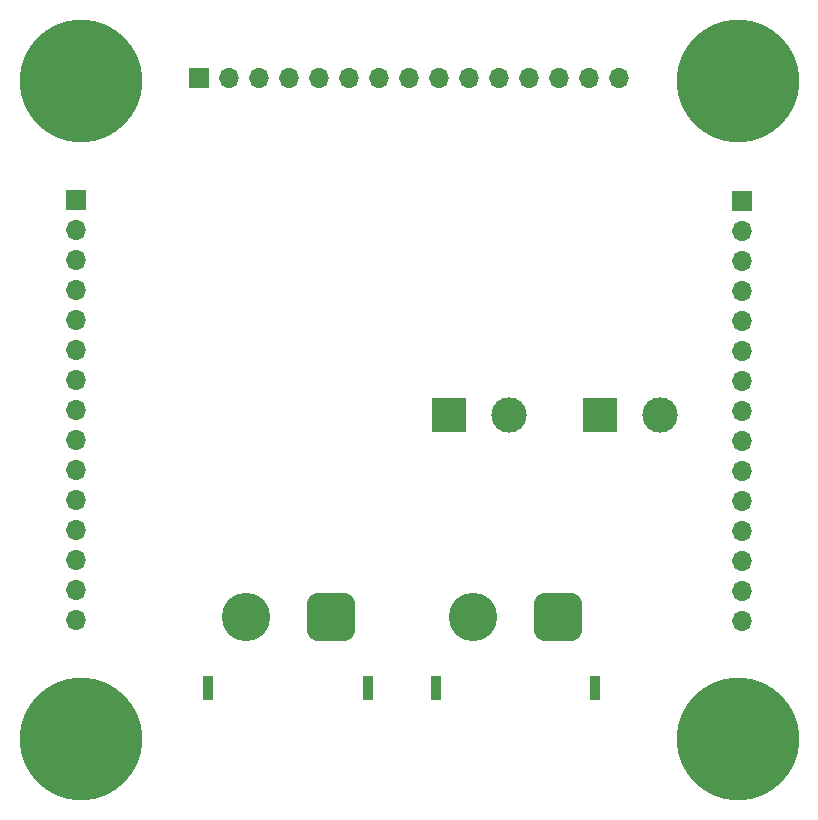
<source format=gbr>
%TF.GenerationSoftware,KiCad,Pcbnew,7.0.7*%
%TF.CreationDate,2024-02-10T01:31:47+05:30*%
%TF.ProjectId,PDB_Board,5044425f-426f-4617-9264-2e6b69636164,rev?*%
%TF.SameCoordinates,Original*%
%TF.FileFunction,Soldermask,Bot*%
%TF.FilePolarity,Negative*%
%FSLAX46Y46*%
G04 Gerber Fmt 4.6, Leading zero omitted, Abs format (unit mm)*
G04 Created by KiCad (PCBNEW 7.0.7) date 2024-02-10 01:31:47*
%MOMM*%
%LPD*%
G01*
G04 APERTURE LIST*
G04 Aperture macros list*
%AMRoundRect*
0 Rectangle with rounded corners*
0 $1 Rounding radius*
0 $2 $3 $4 $5 $6 $7 $8 $9 X,Y pos of 4 corners*
0 Add a 4 corners polygon primitive as box body*
4,1,4,$2,$3,$4,$5,$6,$7,$8,$9,$2,$3,0*
0 Add four circle primitives for the rounded corners*
1,1,$1+$1,$2,$3*
1,1,$1+$1,$4,$5*
1,1,$1+$1,$6,$7*
1,1,$1+$1,$8,$9*
0 Add four rect primitives between the rounded corners*
20,1,$1+$1,$2,$3,$4,$5,0*
20,1,$1+$1,$4,$5,$6,$7,0*
20,1,$1+$1,$6,$7,$8,$9,0*
20,1,$1+$1,$8,$9,$2,$3,0*%
G04 Aperture macros list end*
%ADD10R,1.700000X1.700000*%
%ADD11O,1.700000X1.700000*%
%ADD12C,10.400000*%
%ADD13R,3.000000X3.000000*%
%ADD14C,3.000000*%
%ADD15R,0.900000X2.000000*%
%ADD16RoundRect,1.025000X-1.025000X-1.025000X1.025000X-1.025000X1.025000X1.025000X-1.025000X1.025000X0*%
%ADD17C,4.100000*%
G04 APERTURE END LIST*
D10*
%TO.C,U1*%
X156165200Y-82087800D03*
D11*
X156165200Y-84627800D03*
X156165200Y-87167800D03*
X156165200Y-89707800D03*
X156165200Y-92247800D03*
X156165200Y-94787800D03*
X156165200Y-97327800D03*
X156165200Y-99867800D03*
X156165200Y-102407800D03*
X156165200Y-104947800D03*
X156165200Y-107487800D03*
X156165200Y-110027800D03*
X156165200Y-112567800D03*
X156165200Y-115107800D03*
X156165200Y-117647800D03*
X99765200Y-117617800D03*
X99765200Y-115077800D03*
X99765200Y-112537800D03*
X99765200Y-109997800D03*
X99765200Y-107457800D03*
X99765200Y-104917800D03*
X99765200Y-102377800D03*
X99765200Y-99837800D03*
X99765200Y-97297800D03*
X99765200Y-94757800D03*
X99765200Y-92217800D03*
X99765200Y-89677800D03*
X99765200Y-87137800D03*
X99765200Y-84597800D03*
D10*
X99765200Y-82057800D03*
X110190200Y-71672800D03*
D11*
X112730200Y-71672800D03*
X115270200Y-71672800D03*
X117810200Y-71672800D03*
X120350200Y-71672800D03*
X122890200Y-71672800D03*
X125430200Y-71672800D03*
X127970200Y-71672800D03*
X130510200Y-71672800D03*
X133050200Y-71672800D03*
X135590200Y-71672800D03*
X138130200Y-71672800D03*
X140670200Y-71672800D03*
X143210200Y-71672800D03*
X145750200Y-71672800D03*
D12*
X155765200Y-127672800D03*
X100165200Y-127672800D03*
X100165200Y-71972800D03*
X155765200Y-71987800D03*
%TD*%
D13*
%TO.C,PRIMARY SWITCH*%
X144119600Y-100253800D03*
D14*
X149199600Y-100253800D03*
%TD*%
D13*
%TO.C,CAM+TELEM SWITCH*%
X131368800Y-100253800D03*
D14*
X136448800Y-100253800D03*
%TD*%
D15*
%TO.C,CAM+TELEM*%
X110960000Y-123317000D03*
X124460000Y-123317000D03*
D16*
X121310000Y-117317000D03*
D17*
X114110000Y-117317000D03*
%TD*%
D15*
%TO.C,PRIMARY*%
X130200400Y-123317000D03*
X143700400Y-123317000D03*
D16*
X140550400Y-117317000D03*
D17*
X133350400Y-117317000D03*
%TD*%
M02*

</source>
